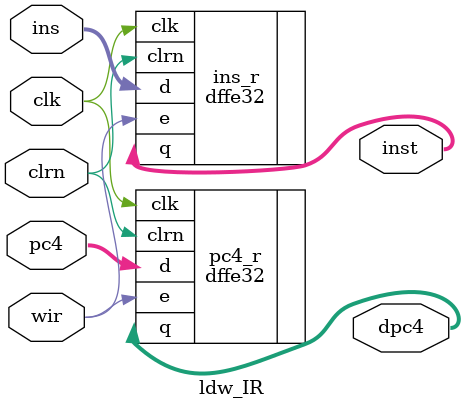
<source format=v>
module ldw_IR(pc4, ins, wir, clk, clrn, dpc4, inst);
	input [31:0] pc4, ins;
	input wir, clk, clrn;
	output [31:0] dpc4, inst;
	
	dffe32 pc4_r(.d(pc4), .clk(clk), .clrn(clrn), .e(wir), .q(dpc4));
	dffe32 ins_r(.d(ins), .clk(clk), .clrn(clrn), .e(wir), .q(inst));
	
endmodule 
</source>
